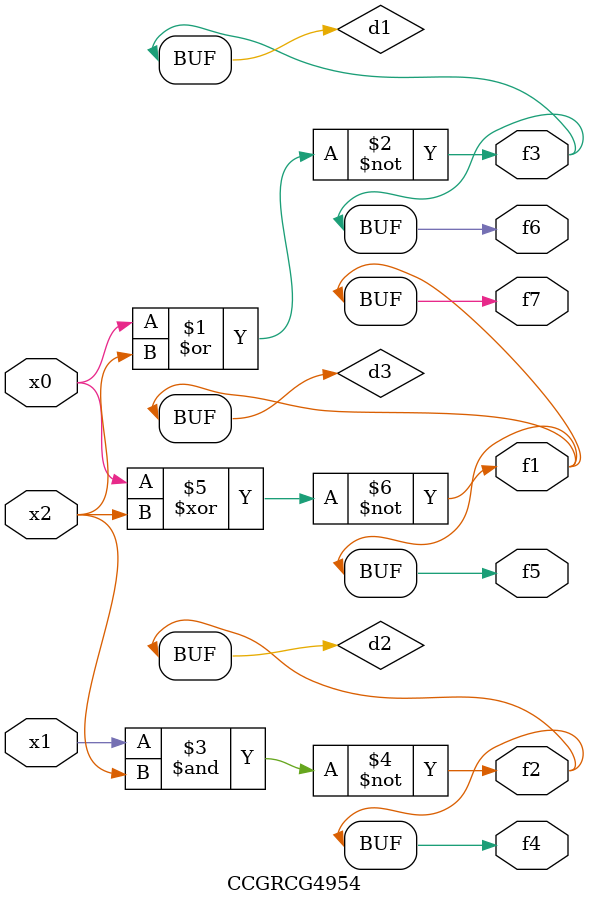
<source format=v>
module CCGRCG4954(
	input x0, x1, x2,
	output f1, f2, f3, f4, f5, f6, f7
);

	wire d1, d2, d3;

	nor (d1, x0, x2);
	nand (d2, x1, x2);
	xnor (d3, x0, x2);
	assign f1 = d3;
	assign f2 = d2;
	assign f3 = d1;
	assign f4 = d2;
	assign f5 = d3;
	assign f6 = d1;
	assign f7 = d3;
endmodule

</source>
